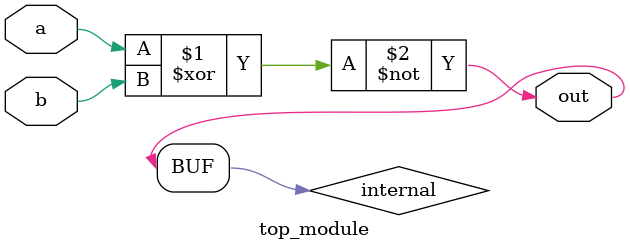
<source format=sv>
module top_module(
  input a,
  input b,
  output out
);
  
  /* Define internal wire for intermediate calculation */
  wire internal;
  
  /* Implement XNOR function using AND, OR, and NOT gates */
  assign internal = ~(a ^ b);
  
  /* Output the result */
  assign out = internal;

endmodule

</source>
